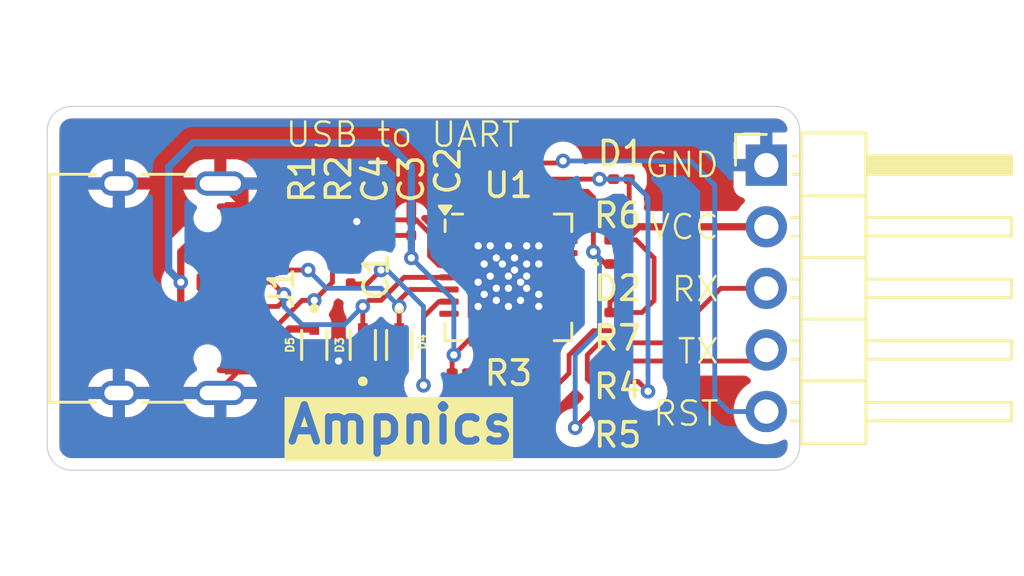
<source format=kicad_pcb>
(kicad_pcb (version 20240108) (generator "pcbnew") (generator_version "8.0")
  (layers (0 "F.Cu" signal) (31 "B.Cu" signal) (34 "B.Paste" user) (35 "F.Paste" user) (36 "B.SilkS" user "B.Silkscreen") (37 "F.SilkS" user "F.Silkscreen") (38 "B.Mask" user) (39 "F.Mask" user) (44 "Edge.Cuts" user))
  (net 0 "")
  (net 1 "GND")
  (net 2 "Net-(U1-VDD)")
  (net 3 "/RST")
  (net 4 "Net-(U1-~{DTR})")
  (net 5 "/VBUS")
  (net 6 "Net-(D1-K)")
  (net 7 "Net-(D1-A)")
  (net 8 "Net-(D2-A)")
  (net 9 "Net-(D2-K)")
  (net 10 "/D+")
  (net 11 "/D-")
  (net 12 "Net-(J1-CC2)")
  (net 15 "Net-(J1-CC1)")
  (net 16 "/TX")
  (net 17 "/RX")
  (net 18 "Net-(U1-~{RST})")
  (footprint "Connector_PinHeader_2.54mm:PinHeader_1x05_P2.54mm_Horizontal" (layer "F.Cu") (at 163.625 131.925)
    (property "Reference" "J2" (hide yes))
    (property "Value" "Conn_01x05_Pin")
    (fp_line (start -1.27 -1.27) (end 0 -1.27) (stroke (width 0.12)) (layer "F.SilkS"))
    (fp_line (start -1.27 0) (end -1.27 -1.27) (stroke (width 0.12)) (layer "F.SilkS"))
    (fp_line (start 1.042929 2.16) (end 1.44 2.16) (stroke (width 0.12)) (layer "F.SilkS"))
    (fp_line (start 1.042929 2.92) (end 1.44 2.92) (stroke (width 0.12)) (layer "F.SilkS"))
    (fp_line (start 1.042929 4.7) (end 1.44 4.7) (stroke (width 0.12)) (layer "F.SilkS"))
    (fp_line (start 1.042929 5.46) (end 1.44 5.46) (stroke (width 0.12)) (layer "F.SilkS"))
    (fp_line (start 1.042929 7.24) (end 1.44 7.24) (stroke (width 0.12)) (layer "F.SilkS"))
    (fp_line (start 1.042929 8) (end 1.44 8) (stroke (width 0.12)) (layer "F.SilkS"))
    (fp_line (start 1.042929 9.78) (end 1.44 9.78) (stroke (width 0.12)) (layer "F.SilkS"))
    (fp_line (start 1.042929 10.54) (end 1.44 10.54) (stroke (width 0.12)) (layer "F.SilkS"))
    (fp_line (start 1.11 -0.38) (end 1.44 -0.38) (stroke (width 0.12)) (layer "F.SilkS"))
    (fp_line (start 1.11 0.38) (end 1.44 0.38) (stroke (width 0.12)) (layer "F.SilkS"))
    (fp_line (start 1.44 -1.33) (end 1.44 11.49) (stroke (width 0.12)) (layer "F.SilkS"))
    (fp_line (start 1.44 1.27) (end 4.1 1.27) (stroke (width 0.12)) (layer "F.SilkS"))
    (fp_line (start 1.44 3.81) (end 4.1 3.81) (stroke (width 0.12)) (layer "F.SilkS"))
    (fp_line (start 1.44 6.35) (end 4.1 6.35) (stroke (width 0.12)) (layer "F.SilkS"))
    (fp_line (start 1.44 8.89) (end 4.1 8.89) (stroke (width 0.12)) (layer "F.SilkS"))
    (fp_line (start 1.44 11.49) (end 4.1 11.49) (stroke (width 0.12)) (layer "F.SilkS"))
    (fp_line (start 4.1 -1.33) (end 1.44 -1.33) (stroke (width 0.12)) (layer "F.SilkS"))
    (fp_line (start 4.1 -0.38) (end 10.1 -0.38) (stroke (width 0.12)) (layer "F.SilkS"))
    (fp_line (start 4.1 -0.32) (end 10.1 -0.32) (stroke (width 0.12)) (layer "F.SilkS"))
    (fp_line (start 4.1 -0.2) (end 10.1 -0.2) (stroke (width 0.12)) (layer "F.SilkS"))
    (fp_line (start 4.1 -0.08) (end 10.1 -0.08) (stroke (width 0.12)) (layer "F.SilkS"))
    (fp_line (start 4.1 0.04) (end 10.1 0.04) (stroke (width 0.12)) (layer "F.SilkS"))
    (fp_line (start 4.1 0.16) (end 10.1 0.16) (stroke (width 0.12)) (layer "F.SilkS"))
    (fp_line (start 4.1 0.28) (end 10.1 0.28) (stroke (width 0.12)) (layer "F.SilkS"))
    (fp_line (start 4.1 2.16) (end 10.1 2.16) (stroke (width 0.12)) (layer "F.SilkS"))
    (fp_line (start 4.1 4.7) (end 10.1 4.7) (stroke (width 0.12)) (layer "F.SilkS"))
    (fp_line (start 4.1 7.24) (end 10.1 7.24) (stroke (width 0.12)) (layer "F.SilkS"))
    (fp_line (start 4.1 9.78) (end 10.1 9.78) (stroke (width 0.12)) (layer "F.SilkS"))
    (fp_line (start 4.1 11.49) (end 4.1 -1.33) (stroke (width 0.12)) (layer "F.SilkS"))
    (fp_line (start 10.1 -0.38) (end 10.1 0.38) (stroke (width 0.12)) (layer "F.SilkS"))
    (fp_line (start 10.1 0.38) (end 4.1 0.38) (stroke (width 0.12)) (layer "F.SilkS"))
    (fp_line (start 10.1 2.16) (end 10.1 2.92) (stroke (width 0.12)) (layer "F.SilkS"))
    (fp_line (start 10.1 2.92) (end 4.1 2.92) (stroke (width 0.12)) (layer "F.SilkS"))
    (fp_line (start 10.1 4.7) (end 10.1 5.46) (stroke (width 0.12)) (layer "F.SilkS"))
    (fp_line (start 10.1 5.46) (end 4.1 5.46) (stroke (width 0.12)) (layer "F.SilkS"))
    (fp_line (start 10.1 7.24) (end 10.1 8) (stroke (width 0.12)) (layer "F.SilkS"))
    (fp_line (start 10.1 8) (end 4.1 8) (stroke (width 0.12)) (layer "F.SilkS"))
    (fp_line (start 10.1 9.78) (end 10.1 10.54) (stroke (width 0.12)) (layer "F.SilkS"))
    (fp_line (start 10.1 10.54) (end 4.1 10.54) (stroke (width 0.12)) (layer "F.SilkS"))
    (pad "1" thru_hole rect (at 0 0) (size 1.7 1.7) (drill 1) (layers "*.Cu" "*.Mask") (net 1 "GND"))
    (pad "2" thru_hole oval (at 0 2.54) (size 1.7 1.7) (drill 1) (layers "*.Cu" "*.Mask") (net 5 "/VBUS"))
    (pad "3" thru_hole oval (at 0 5.08) (size 1.7 1.7) (drill 1) (layers "*.Cu" "*.Mask") (net 17 "/RX"))
    (pad "4" thru_hole oval (at 0 7.62) (size 1.7 1.7) (drill 1) (layers "*.Cu" "*.Mask") (net 16 "/TX"))
    (pad "5" thru_hole oval (at 0 10.16) (size 1.7 1.7) (drill 1) (layers "*.Cu" "*.Mask") (net 3 "/RST"))
  )
  (footprint "LESD5D5.0CT1G:TVS_LESD5D5.0CT1G" (layer "F.Cu") (at 145 139.34 -90)
    (property "Reference" "D5" (at 0 1 90) (layer "F.SilkS") (effects (font (size 0.32 0.32))))
    (property "Value" "LESD5D5.0CT1G")
    (fp_line (start 0.6 0.52) (end -0.6 0.52) (stroke (width 0.127)) (layer "F.SilkS"))
    (fp_line (start -0.6 -0.52) (end 0.6 -0.52) (stroke (width 0.127)) (layer "F.SilkS"))
    (fp_circle (center -1.5 0) (end -1.4 0) (stroke (width 0.2)) (fill none) (layer "F.SilkS"))
    (pad "1" smd rect (at -0.66 0 270) (size 0.48 0.4) (layers "F.Cu" "F.Paste" "F.Mask") (net 5 "/VBUS"))
    (pad "2" smd rect (at 0.66 0 270) (size 0.48 0.4) (layers "F.Cu" "F.Paste" "F.Mask") (net 1 "GND"))
  )
  (footprint "Resistor_SMD:R_0201_0603Metric" (layer "F.Cu") (at 157.5 135 180)
    (property "Reference" "R6" (at 0 1 0) (layer "F.SilkS"))
    (property "Value" "1K")
    (pad "1" smd roundrect (at -0.32 0 180) (size 0.46 0.4) (layers "F.Cu" "F.Mask") (net 5 "/VBUS"))
    (pad "2" smd roundrect (at 0.32 0 180) (size 0.46 0.4) (layers "F.Cu" "F.Mask") (net 7 "Net-(D1-A)"))
  )
  (footprint "LESD5D5.0CT1G:TVS_LESD5D5.0CT1G" (layer "F.Cu") (at 148.5 139.34 -90)
    (property "Reference" "D4" (at -0.134 -0.9532 90) (layer "F.SilkS") (effects (font (size 0.32 0.32))))
    (property "Value" "LESD5D5.0CT1G")
    (fp_line (start 0.6 0.52) (end -0.6 0.52) (stroke (width 0.127)) (layer "F.SilkS"))
    (fp_line (start -0.6 -0.52) (end 0.6 -0.52) (stroke (width 0.127)) (layer "F.SilkS"))
    (fp_circle (center -1.5 0) (end -1.4 0) (stroke (width 0.2)) (fill none) (layer "F.SilkS"))
    (pad "1" smd rect (at -0.66 0 270) (size 0.48 0.4) (layers "F.Cu" "F.Paste" "F.Mask") (net 11 "/D-"))
    (pad "2" smd rect (at 0.66 0 270) (size 0.48 0.4) (layers "F.Cu" "F.Paste" "F.Mask") (net 1 "GND"))
  )
  (footprint "Resistor_SMD:R_0201_0603Metric" (layer "F.Cu") (at 144.5 134.5 90)
    (property "Reference" "R1" (at 2 0 90) (layer "F.SilkS"))
    (property "Value" "5.1K")
    (pad "1" smd roundrect (at -0.32 0 90) (size 0.46 0.4) (layers "F.Cu" "F.Mask") (net 15 "Net-(J1-CC1)"))
    (pad "2" smd roundrect (at 0.32 0 90) (size 0.46 0.4) (layers "F.Cu" "F.Mask") (net 1 "GND"))
  )
  (footprint "Package_DFN_QFN:QFN-28-1EP_5x5mm_P0.5mm_EP3.35x3.35mm" (layer "F.Cu") (at 153 136.55)
    (property "Reference" "U1" (at 0 -3.8 0) (layer "F.SilkS"))
    (property "Value" "CP2102N-Axx-xQFN28")
    (fp_line (start -2.61 -1.885) (end -2.61 -2.37) (stroke (width 0.12)) (layer "F.SilkS"))
    (fp_line (start -2.61 2.61) (end -2.61 1.885) (stroke (width 0.12)) (layer "F.SilkS"))
    (fp_line (start -1.885 -2.61) (end -2.31 -2.61) (stroke (width 0.12)) (layer "F.SilkS"))
    (fp_line (start -1.885 2.61) (end -2.61 2.61) (stroke (width 0.12)) (layer "F.SilkS"))
    (fp_line (start 1.885 -2.61) (end 2.61 -2.61) (stroke (width 0.12)) (layer "F.SilkS"))
    (fp_line (start 1.885 2.61) (end 2.61 2.61) (stroke (width 0.12)) (layer "F.SilkS"))
    (fp_line (start 2.61 -2.61) (end 2.61 -1.885) (stroke (width 0.12)) (layer "F.SilkS"))
    (fp_line (start 2.61 2.61) (end 2.61 1.885) (stroke (width 0.12)) (layer "F.SilkS"))
    (fp_poly (pts (xy -2.61 -2.61) (xy -2.85 -2.94) (xy -2.37 -2.94) (xy -2.61 -2.61)) (stroke (width 0.12)) (fill solid) (layer "F.SilkS"))
    (pad "1" smd roundrect (at -2.45 -1.5) (size 0.8 0.25) (layers "F.Cu" "F.Paste" "F.Mask"))
    (pad "2" smd roundrect (at -2.45 -1) (size 0.8 0.25) (layers "F.Cu" "F.Paste" "F.Mask"))
    (pad "3" smd roundrect (at -2.45 -0.5) (size 0.8 0.25) (layers "F.Cu" "F.Paste" "F.Mask") (net 1 "GND"))
    (pad "4" smd roundrect (at -2.45 0) (size 0.8 0.25) (layers "F.Cu" "F.Paste" "F.Mask") (net 10 "/D+"))
    (pad "5" smd roundrect (at -2.45 0.5) (size 0.8 0.25) (layers "F.Cu" "F.Paste" "F.Mask") (net 11 "/D-"))
    (pad "6" smd roundrect (at -2.45 1) (size 0.8 0.25) (layers "F.Cu" "F.Paste" "F.Mask") (net 2 "Net-(U1-VDD)"))
    (pad "7" smd roundrect (at -2.45 1.5) (size 0.8 0.25) (layers "F.Cu" "F.Paste" "F.Mask") (net 5 "/VBUS"))
    (pad "8" smd roundrect (at -1.5 2.45) (size 0.25 0.8) (layers "F.Cu" "F.Paste" "F.Mask") (net 5 "/VBUS"))
    (pad "9" smd roundrect (at -1 2.45) (size 0.25 0.8) (layers "F.Cu" "F.Paste" "F.Mask") (net 18 "Net-(U1-~{RST})"))
    (pad "10" smd roundrect (at -0.5 2.45) (size 0.25 0.8) (layers "F.Cu" "F.Paste" "F.Mask"))
    (pad "11" smd roundrect (at 0 2.45) (size 0.25 0.8) (layers "F.Cu" "F.Paste" "F.Mask"))
    (pad "12" smd roundrect (at 0.5 2.45) (size 0.25 0.8) (layers "F.Cu" "F.Paste" "F.Mask"))
    (pad "13" smd roundrect (at 1 2.45) (size 0.25 0.8) (layers "F.Cu" "F.Paste" "F.Mask"))
    (pad "14" smd roundrect (at 1.5 2.45) (size 0.25 0.8) (layers "F.Cu" "F.Paste" "F.Mask"))
    (pad "15" smd roundrect (at 2.45 1.5) (size 0.8 0.25) (layers "F.Cu" "F.Paste" "F.Mask"))
    (pad "16" smd roundrect (at 2.45 1) (size 0.8 0.25) (layers "F.Cu" "F.Paste" "F.Mask"))
    (pad "17" smd roundrect (at 2.45 0.5) (size 0.8 0.25) (layers "F.Cu" "F.Paste" "F.Mask"))
    (pad "18" smd roundrect (at 2.45 0) (size 0.8 0.25) (layers "F.Cu" "F.Paste" "F.Mask"))
    (pad "19" smd roundrect (at 2.45 -0.5) (size 0.8 0.25) (layers "F.Cu" "F.Paste" "F.Mask"))
    (pad "20" smd roundrect (at 2.45 -1) (size 0.8 0.25) (layers "F.Cu" "F.Paste" "F.Mask"))
    (pad "21" smd roundrect (at 2.45 -1.5) (size 0.8 0.25) (layers "F.Cu" "F.Paste" "F.Mask"))
    (pad "22" smd roundrect (at 1.5 -2.45) (size 0.25 0.8) (layers "F.Cu" "F.Paste" "F.Mask"))
    (pad "23" smd roundrect (at 1 -2.45) (size 0.25 0.8) (layers "F.Cu" "F.Paste" "F.Mask"))
    (pad "24" smd roundrect (at 0.5 -2.45) (size 0.25 0.8) (layers "F.Cu" "F.Paste" "F.Mask"))
    (pad "25" smd roundrect (at 0 -2.45) (size 0.25 0.8) (layers "F.Cu" "F.Paste" "F.Mask") (net 9 "Net-(D2-K)"))
    (pad "26" smd roundrect (at -0.5 -2.45) (size 0.25 0.8) (layers "F.Cu" "F.Paste" "F.Mask") (net 6 "Net-(D1-K)"))
    (pad "27" smd roundrect (at -1 -2.45) (size 0.25 0.8) (layers "F.Cu" "F.Paste" "F.Mask"))
    (pad "28" smd roundrect (at -1.5 -2.45) (size 0.25 0.8) (layers "F.Cu" "F.Paste" "F.Mask") (net 4 "Net-(U1-~{DTR})"))
    (pad "29" smd rect (at 0 0) (size 3.35 3.35) (property pad_prop_heatsink) (layers "F.Cu" "F.Mask") (net 1 "GND"))
  )
  (footprint "LED_SMD:LED_0201_0603Metric" (layer "F.Cu") (at 157.655 132.5)
    (property "Reference" "D1" (at 0 -1.05 0) (layer "F.SilkS"))
    (property "Value" "LED")
    (fp_circle (center -0.86 0) (end -0.81 0) (stroke (width 0.1)) (fill none) (layer "F.SilkS"))
    (pad "1" smd roundrect (at -0.32 0) (size 0.46 0.4) (layers "F.Cu" "F.Mask") (net 6 "Net-(D1-K)"))
    (pad "2" smd roundrect (at 0.32 0) (size 0.46 0.4) (layers "F.Cu" "F.Mask") (net 7 "Net-(D1-A)"))
  )
  (footprint "Resistor_SMD:R_0201_0603Metric" (layer "F.Cu") (at 151 140.5)
    (property "Reference" "R3" (at 2 0 0) (layer "F.SilkS"))
    (property "Value" "10K")
    (pad "1" smd roundrect (at -0.32 0) (size 0.46 0.4) (layers "F.Cu" "F.Mask") (net 5 "/VBUS"))
    (pad "2" smd roundrect (at 0.32 0) (size 0.46 0.4) (layers "F.Cu" "F.Mask") (net 18 "Net-(U1-~{RST})"))
  )
  (footprint "Connector_USB:USB_C_Receptacle_HRO_TYPE-C-31-M-12" (layer "F.Cu") (at 138 137 -90)
    (property "Reference" "J1" (at 0 -5.645 90) (layer "F.SilkS"))
    (property "Value" "USB_C_Receptacle_USB2.0_16P")
    (fp_line (start -4.7 3.9) (end 4.7 3.9) (stroke (width 0.12)) (layer "F.SilkS"))
    (fp_line (start -4.7 2) (end -4.7 3.9) (stroke (width 0.12)) (layer "F.SilkS"))
    (fp_line (start 4.7 2) (end 4.7 3.9) (stroke (width 0.12)) (layer "F.SilkS"))
    (fp_line (start -4.7 -1.9) (end -4.7 0.1) (stroke (width 0.12)) (layer "F.SilkS"))
    (fp_line (start 4.7 -1.9) (end 4.7 0.1) (stroke (width 0.12)) (layer "F.SilkS"))
    (pad "" np_thru_hole circle (at -2.89 -2.6 270) (size 0.65 0.65) (drill 0.65) (layers "*.Cu" "*.Mask"))
    (pad "" np_thru_hole circle (at 2.89 -2.6 270) (size 0.65 0.65) (drill 0.65) (layers "*.Cu" "*.Mask"))
    (pad "A1" smd rect (at -3.25 -4.045 270) (size 0.6 1.45) (layers "F.Cu" "F.Paste" "F.Mask") (net 1 "GND"))
    (pad "A4" smd rect (at -2.45 -4.045 270) (size 0.6 1.45) (layers "F.Cu" "F.Paste" "F.Mask") (net 5 "/VBUS"))
    (pad "A5" smd rect (at -1.25 -4.045 270) (size 0.3 1.45) (layers "F.Cu" "F.Paste" "F.Mask") (net 15 "Net-(J1-CC1)"))
    (pad "A6" smd rect (at -0.25 -4.045 270) (size 0.3 1.45) (layers "F.Cu" "F.Paste" "F.Mask") (net 10 "/D+"))
    (pad "A7" smd rect (at 0.25 -4.045 270) (size 0.3 1.45) (layers "F.Cu" "F.Paste" "F.Mask") (net 11 "/D-"))
    (pad "A8" smd rect (at 1.25 -4.045 270) (size 0.3 1.45) (layers "F.Cu" "F.Paste" "F.Mask"))
    (pad "A9" smd rect (at 2.45 -4.045 270) (size 0.6 1.45) (layers "F.Cu" "F.Paste" "F.Mask") (net 5 "/VBUS"))
    (pad "A12" smd rect (at 3.25 -4.045 270) (size 0.6 1.45) (layers "F.Cu" "F.Paste" "F.Mask") (net 1 "GND"))
    (pad "B1" smd rect (at 3.25 -4.045 270) (size 0.6 1.45) (layers "F.Cu" "F.Paste" "F.Mask") (net 1 "GND"))
    (pad "B4" smd rect (at 2.45 -4.045 270) (size 0.6 1.45) (layers "F.Cu" "F.Paste" "F.Mask") (net 5 "/VBUS"))
    (pad "B5" smd rect (at 1.75 -4.045 270) (size 0.3 1.45) (layers "F.Cu" "F.Paste" "F.Mask") (net 12 "Net-(J1-CC2)"))
    (pad "B6" smd rect (at 0.75 -4.045 270) (size 0.3 1.45) (layers "F.Cu" "F.Paste" "F.Mask") (net 10 "/D+"))
    (pad "B7" smd rect (at -0.75 -4.045 270) (size 0.3 1.45) (layers "F.Cu" "F.Paste" "F.Mask") (net 11 "/D-"))
    (pad "B8" smd rect (at -1.75 -4.045 270) (size 0.3 1.45) (layers "F.Cu" "F.Paste" "F.Mask"))
    (pad "B9" smd rect (at -2.45 -4.045 270) (size 0.6 1.45) (layers "F.Cu" "F.Paste" "F.Mask") (net 5 "/VBUS"))
    (pad "B12" smd rect (at -3.25 -4.045 270) (size 0.6 1.45) (layers "F.Cu" "F.Paste" "F.Mask") (net 1 "GND"))
    (pad "S1" thru_hole oval (at -4.32 -3.13 270) (size 1 2.1) (drill oval 0.6 1.7) (layers "*.Cu" "*.Mask") (net 1 "GND"))
    (pad "S1" thru_hole oval (at -4.32 1.05 270) (size 1 1.6) (drill oval 0.6 1.2) (layers "*.Cu" "*.Mask") (net 1 "GND"))
    (pad "S1" thru_hole oval (at 4.32 -3.13 270) (size 1 2.1) (drill oval 0.6 1.7) (layers "*.Cu" "*.Mask") (net 1 "GND"))
    (pad "S1" thru_hole oval (at 4.32 1.05 270) (size 1 1.6) (drill oval 0.6 1.2) (layers "*.Cu" "*.Mask") (net 1 "GND"))
  )
  (footprint "Capacitor_SMD:C_0201_0603Metric" (layer "F.Cu") (at 146.5 136.5 -90)
    (property "Reference" "C1" (at 0 -1.05 90) (layer "F.SilkS"))
    (property "Value" "100nF")
    (pad "1" smd roundrect (at -0.32 0 270) (size 0.46 0.4) (layers "F.Cu" "F.Mask") (net 1 "GND"))
    (pad "2" smd roundrect (at 0.32 0 270) (size 0.46 0.4) (layers "F.Cu" "F.Mask") (net 2 "Net-(U1-VDD)"))
  )
  (footprint "Resistor_SMD:R_0201_0603Metric" (layer "F.Cu") (at 157.5 138 180)
    (property "Reference" "R7" (at 0 -1.05 0) (layer "F.SilkS"))
    (property "Value" "1K")
    (pad "1" smd roundrect (at -0.32 0 180) (size 0.46 0.4) (layers "F.Cu" "F.Mask") (net 5 "/VBUS"))
    (pad "2" smd roundrect (at 0.32 0 180) (size 0.46 0.4) (layers "F.Cu" "F.Mask") (net 8 "Net-(D2-A)"))
  )
  (footprint "LED_SMD:LED_0201_0603Metric" (layer "F.Cu") (at 157.5 136)
    (property "Reference" "D2" (at 0 1 0) (layer "F.SilkS"))
    (property "Value" "LED")
    (fp_circle (center -0.86 0) (end -0.81 0) (stroke (width 0.1)) (fill none) (layer "F.SilkS"))
    (pad "1" smd roundrect (at -0.32 0) (size 0.46 0.4) (layers "F.Cu" "F.Mask") (net 9 "Net-(D2-K)"))
    (pad "2" smd roundrect (at 0.32 0) (size 0.46 0.4) (layers "F.Cu" "F.Mask") (net 8 "Net-(D2-A)"))
  )
  (footprint "Capacitor_SMD:C_0201_0603Metric" (layer "F.Cu") (at 147.5 134.5 90)
    (property "Reference" "C4" (at 2 0 90) (layer "F.SilkS"))
    (property "Value" "100nF")
    (pad "1" smd roundrect (at -0.32 0 90) (size 0.46 0.4) (layers "F.Cu" "F.Mask") (net 5 "/VBUS"))
    (pad "2" smd roundrect (at 0.32 0 90) (size 0.46 0.4) (layers "F.Cu" "F.Mask") (net 1 "GND"))
  )
  (footprint "Resistor_SMD:R_0201_0603Metric" (layer "F.Cu") (at 157.5 140 180)
    (property "Reference" "R4" (at 0 -1.05 0) (layer "F.SilkS"))
    (property "Value" "1K")
    (pad "1" smd roundrect (at -0.32 0 180) (size 0.46 0.4) (layers "F.Cu" "F.Mask") (net 16 "/TX"))
    (pad "2" smd roundrect (at 0.32 0 180) (size 0.46 0.4) (layers "F.Cu" "F.Mask") (net 6 "Net-(D1-K)"))
  )
  (footprint "Resistor_SMD:R_0201_0603Metric" (layer "F.Cu") (at 146 134.5 90)
    (property "Reference" "R2" (at 2 0 90) (layer "F.SilkS"))
    (property "Value" "5.1K")
    (pad "1" smd roundrect (at -0.32 0 90) (size 0.46 0.4) (layers "F.Cu" "F.Mask") (net 12 "Net-(J1-CC2)"))
    (pad "2" smd roundrect (at 0.32 0 90) (size 0.46 0.4) (layers "F.Cu" "F.Mask") (net 1 "GND"))
  )
  (footprint "Capacitor_SMD:C_0201_0603Metric" (layer "F.Cu") (at 149 134.5 90)
    (property "Reference" "C3" (at 2 0 90) (layer "F.SilkS"))
    (property "Value" "100nF")
    (pad "1" smd roundrect (at -0.32 0 90) (size 0.46 0.4) (layers "F.Cu" "F.Mask") (net 5 "/VBUS"))
    (pad "2" smd roundrect (at 0.32 0 90) (size 0.46 0.4) (layers "F.Cu" "F.Mask") (net 1 "GND"))
  )
  (footprint "LESD5D5.0CT1G:TVS_LESD5D5.0CT1G" (layer "F.Cu") (at 147 139.34 90)
    (property "Reference" "D3" (at 0 -0.9532 90) (layer "F.SilkS") (effects (font (size 0.32 0.32))))
    (property "Value" "LESD5D5.0CT1G")
    (fp_line (start -0.6 -0.52) (end 0.6 -0.52) (stroke (width 0.127)) (layer "F.SilkS"))
    (fp_line (start 0.6 0.52) (end -0.6 0.52) (stroke (width 0.127)) (layer "F.SilkS"))
    (fp_circle (center -1.5 0) (end -1.4 0) (stroke (width 0.2)) (fill none) (layer "F.SilkS"))
    (pad "1" smd rect (at -0.66 0 90) (size 0.48 0.4) (layers "F.Cu" "F.Paste" "F.Mask") (net 1 "GND"))
    (pad "2" smd rect (at 0.66 0 90) (size 0.48 0.4) (layers "F.Cu" "F.Paste" "F.Mask") (net 10 "/D+"))
  )
  (footprint "Capacitor_SMD:C_0201_0603Metric" (layer "F.Cu") (at 151.5 132.155 -90)
    (property "Reference" "C2" (at 0 1 90) (layer "F.SilkS"))
    (property "Value" "100nF")
    (pad "1" smd roundrect (at -0.32 0 270) (size 0.46 0.4) (layers "F.Cu" "F.Mask") (net 3 "/RST"))
    (pad "2" smd roundrect (at 0.32 0 270) (size 0.46 0.4) (layers "F.Cu" "F.Mask") (net 4 "Net-(U1-~{DTR})"))
  )
  (footprint "Resistor_SMD:R_0201_0603Metric" (layer "F.Cu") (at 157.5 142 180)
    (property "Reference" "R5" (at 0 -1.05 0) (layer "F.SilkS"))
    (property "Value" "1K")
    (pad "1" smd roundrect (at -0.32 0 180) (size 0.46 0.4) (layers "F.Cu" "F.Mask") (net 17 "/RX"))
    (pad "2" smd roundrect (at 0.32 0 180) (size 0.46 0.4) (layers "F.Cu" "F.Mask") (net 9 "Net-(D2-K)"))
  )
  (gr_line (start 165 130.5) (end 165 143.5) (stroke (width 0.05)) (layer "Edge.Cuts"))
  (gr_line (start 134 130.5) (end 134 143.5) (stroke (width 0.05)) (layer "Edge.Cuts"))
  (gr_line (start 135 129.5) (end 164 129.5) (stroke (width 0.05)) (layer "Edge.Cuts"))
  (gr_line (start 135 144.5) (end 164 144.5) (stroke (width 0.05)) (layer "Edge.Cuts"))
  (gr_arc (start 135 144.5) (mid 134.292893 144.207107) (end 134 143.5) (stroke (width 0.05)) (layer "Edge.Cuts"))
  (gr_arc (start 165 143.5) (mid 164.707107 144.207107) (end 164 144.5) (stroke (width 0.05)) (layer "Edge.Cuts"))
  (gr_arc (start 164 129.5) (mid 164.707107 129.792893) (end 165 130.5) (stroke (width 0.05)) (layer "Edge.Cuts"))
  (gr_arc (start 134 130.5) (mid 134.292893 129.792893) (end 135 129.5) (stroke (width 0.05)) (layer "Edge.Cuts"))
  (gr_text "Ampnics" (at 143.75 143.5 0) (layer "F.SilkS" knockout) (effects (font (size 1.5 1.5) (thickness 0.3) (bold yes)) (justify left bottom)))
  (gr_text "USB to UART" (at 143.75 131.25 0) (layer "F.SilkS") (effects (font (size 1 1) (thickness 0.1)) (justify left bottom)))
  (gr_text "RX" (at 159.654762 137.625 0) (layer "F.SilkS") (effects (font (size 1 1) (thickness 0.1)) (justify left bottom)))
  (gr_text "GND" (at 158.559524 132.5 0) (layer "F.SilkS") (effects (font (size 1 1) (thickness 0.1)) (justify left bottom)))
  (gr_text "TX" (at 159.892857 140.1875 0) (layer "F.SilkS") (effects (font (size 1 1) (thickness 0.1)) (justify left bottom)))
  (gr_text "RST" (at 158.892857 142.75 0) (layer "F.SilkS") (effects (font (size 1 1) (thickness 0.1)) (justify left bottom)))
  (gr_text "VCC" (at 158.75 135.0625 0) (layer "F.SilkS") (effects (font (size 1 1) (thickness 0.1)) (justify left bottom)))
  (segment (start 136.95 132.68) (end 141.13 132.68) (width 0.2) (layer "F.Cu") (net 1))
  (segment (start 150.55 136.05) (end 150.135614 136.05) (width 0.2) (layer "F.Cu") (net 1))
  (segment (start 157 130.5) (end 149.75 130.5) (width 0.3) (layer "F.Cu") (net 1))
  (segment (start 144.75 140.25) (end 145 140) (width 0.2) (layer "F.Cu") (net 1))
  (segment (start 149.199999 134.18) (end 149 134.18) (width 0.2) (layer "F.Cu") (net 1))
  (segment (start 146 134.18) (end 144.5 134.18) (width 0.2) (layer "F.Cu") (net 1))
  (segment (start 136.95 141.32) (end 141.13 141.32) (width 0.2) (layer "F.Cu") (net 1))
  (segment (start 142.045 133.75) (end 142.045 133.595) (width 0.2) (layer "F.Cu") (net 1))
  (segment (start 149 131.25) (end 149 134.18) (width 0.3) (layer "F.Cu") (net 1))
  (segment (start 142.045 133.595) (end 141.13 132.68) (width 0.2) (layer "F.Cu") (net 1))
  (segment (start 145 140) (end 146 140) (width 0.2) (layer "F.Cu") (net 1))
  (segment (start 149.75 130.5) (end 149 131.25) (width 0.3) (layer "F.Cu") (net 1))
  (segment (start 142.045 133.75) (end 144.07 133.75) (width 0.2) (layer "F.Cu") (net 1))
  (segment (start 147.5 134.18) (end 146.82 134.18) (width 0.2) (layer "F.Cu") (net 1))
  (segment (start 146.82 134.18) (end 146.75 134.25) (width 0.2) (layer "F.Cu") (net 1))
  (segment (start 149 134.18) (end 147.5 134.18) (width 0.2) (layer "F.Cu") (net 1))
  (segment (start 146.5 135.75) (end 146.75 135.5) (width 0.2) (layer "F.Cu") (net 1))
  (segment (start 146.75 135.5) (end 146.75 134.25) (width 0.2) (layer "F.Cu") (net 1))
  (segment (start 141.13 141.165) (end 142.045 140.25) (width 0.2) (layer "F.Cu") (net 1))
  (segment (start 141.13 141.32) (end 141.13 141.165) (width 0.2) (layer "F.Cu") (net 1))
  (segment (start 142.045 140.25) (end 144.75 140.25) (width 0.2) (layer "F.Cu") (net 1))
  (segment (start 158.25 130.75) (end 157.25 130.75) (width 0.3) (layer "F.Cu") (net 1))
  (segment (start 149.75 134.730001) (end 149.199999 134.18) (width 0.2) (layer "F.Cu") (net 1))
  (segment (start 149.75 135.664386) (end 149.75 134.730001) (width 0.2) (layer "F.Cu") (net 1))
  (segment (start 148.5 140) (end 147 140) (width 0.2) (layer "F.Cu") (net 1))
  (segment (start 144.07 133.75) (end 144.5 134.18) (width 0.2) (layer "F.Cu") (net 1))
  (segment (start 150.135614 136.05) (end 149.75 135.664386) (width 0.2) (layer "F.Cu") (net 1))
  (segment (start 146.5 136.18) (end 146.5 135.75) (width 0.2) (layer "F.Cu") (net 1))
  (segment (start 150.55 136.05) (end 151.05 136.05) (width 0.2) (layer "F.Cu") (net 1))
  (segment (start 146 140) (end 147 140) (width 0.2) (layer "F.Cu") (net 1))
  (segment (start 151.05 136.05) (end 151.75 136.75) (width 0.2) (layer "F.Cu") (net 1))
  (segment (start 146.75 134.25) (end 146.68 134.18) (width 0.2) (layer "F.Cu") (net 1))
  (segment (start 157.25 130.75) (end 157 130.5) (width 0.3) (layer "F.Cu") (net 1))
  (segment (start 159.425 131.925) (end 158.25 130.75) (width 0.3) (layer "F.Cu") (net 1))
  (segment (start 163.625 131.925) (end 159.425 131.925) (width 0.3) (layer "F.Cu") (net 1))
  (segment (start 146.68 134.18) (end 146 134.18) (width 0.2) (layer "F.Cu") (net 1))
  (via (at 151.75 137.75) (size 0.6) (drill 0.3) (layers "F.Cu" "B.Cu") (net 1))
  (via (at 153 135.25) (size 0.6) (drill 0.3) (layers "F.Cu" "B.Cu") (net 1))
  (via (at 153 137) (size 0.6) (drill 0.3) (layers "F.Cu" "B.Cu") (net 1))
  (via (at 152.25 136.5) (size 0.6) (drill 0.3) (layers "F.Cu" "B.Cu") (net 1))
  (via (at 153.5 136.75) (size 0.6) (drill 0.3) (layers "F.Cu" "B.Cu") (net 1))
  (via (at 152.5 135.75) (size 0.6) (drill 0.3) (layers "F.Cu" "B.Cu") (net 1))
  (via (at 152.25 135.25) (size 0.6) (drill 0.3) (layers "F.Cu" "B.Cu") (net 1))
  (via (at 154.25 137.25) (size 0.6) (drill 0.3) (layers "F.Cu" "B.Cu") (net 1))
  (via (at 146.75 134.25) (size 0.6) (drill 0.3) (layers "F.Cu" "B.Cu") (net 1))
  (via (at 152.75 136) (size 0.6) (drill 0.3) (layers "F.Cu" "B.Cu") (net 1))
  (via (at 153.25 136.25) (size 0.6) (drill 0.3) (layers "F.Cu" "B.Cu") (net 1))
  (via (at 152.5 137) (size 0.6) (drill 0.3) (layers "F.Cu" "B.Cu") (net 1))
  (via (at 154.25 136) (size 0.6) (drill 0.3) (layers "F.Cu" "B.Cu") (net 1))
  (via (at 154.25 135.25) (size 0.6) (drill 0.3) (layers "F.Cu" "B.Cu") (net 1))
  (via (at 153.75 136) (size 0.6) (drill 0.3) (layers "F.Cu" "B.Cu") (net 1))
  (via (at 153.25 135.75) (size 0.6) (drill 0.3) (layers "F.Cu" "B.Cu") (net 1))
  (via (at 153 136.5) (size 0.6) (drill 0.3) (layers "F.Cu" "B.Cu") (net 1))
  (via (at 152.5 137.5) (size 0.6) (drill 0.3) (layers "F.Cu" "B.Cu") (net 1))
  (via (at 152 137.25) (size 0.6) (drill 0.3) (layers "F.Cu" "B.Cu") (net 1))
  (via (at 153 137.75) (size 0.6) (drill 0.3) (layers "F.Cu" "B.Cu") (net 1))
  (via (at 153.5 137.5) (size 0.6) (drill 0.3) (layers "F.Cu" "B.Cu") (net 1))
  (via (at 151.75 135.25) (size 0.6) (drill 0.3) (layers "F.Cu" "B.Cu") (net 1))
  (via (at 146 140) (size 0.6) (drill 0.3) (layers "F.Cu" "B.Cu") (net 1))
  (via (at 154.25 137.75) (size 0.6) (drill 0.3) (layers "F.Cu" "B.Cu") (net 1))
  (via (at 153.75 137) (size 0.6) (drill 0.3) (layers "F.Cu" "B.Cu") (net 1))
  (via (at 151.75 136.75) (size 0.6) (drill 0.3) (layers "F.Cu" "B.Cu") (net 1))
  (via (at 153.75 136.5) (size 0.6) (drill 0.3) (layers "F.Cu" "B.Cu") (net 1))
  (via (at 153.75 135.25) (size 0.6) (drill 0.3) (layers "F.Cu" "B.Cu") (net 1))
  (via (at 152 136) (size 0.6) (drill 0.3) (layers "F.Cu" "B.Cu") (net 1))
  (segment (start 143.25 134.25) (end 146.75 134.25) (width 0.2) (layer "B.Cu") (net 1))
  (segment (start 142.75 138.75) (end 142.75 134.75) (width 0.2) (layer "B.Cu") (net 1))
  (segment (start 144 140) (end 142.75 138.75) (width 0.2) (layer "B.Cu") (net 1))
  (segment (start 146 140) (end 144 140) (width 0.2) (layer "B.Cu") (net 1))
  (segment (start 142.75 134.75) (end 143.25 134.25) (width 0.2) (layer "B.Cu") (net 1))
  (segment (start 150.55 137.55) (end 150.135614 137.55) (width 0.2) (layer "F.Cu") (net 2))
  (segment (start 149.5 138.185614) (end 149.5 141) (width 0.2) (layer "F.Cu") (net 2))
  (segment (start 147.18 136.82) (end 147.75 136.25) (width 0.2) (layer "F.Cu") (net 2))
  (segment (start 146.5 136.82) (end 147.18 136.82) (width 0.2) (layer "F.Cu") (net 2))
  (segment (start 150.135614 137.55) (end 149.5 138.185614) (width 0.2) (layer "F.Cu") (net 2))
  (via (at 149.5 141) (size 0.6) (drill 0.3) (layers "F.Cu" "B.Cu") (net 2))
  (via (at 147.75 136.25) (size 0.6) (drill 0.3) (layers "F.Cu" "B.Cu") (net 2))
  (segment (start 149.5 137.75) (end 148 136.25) (width 0.2) (layer "B.Cu") (net 2))
  (segment (start 148 136.25) (end 147.75 136.25) (width 0.2) (layer "B.Cu") (net 2))
  (segment (start 149.5 141) (end 149.5 137.75) (width 0.2) (layer "B.Cu") (net 2))
  (segment (start 155.165 131.835) (end 155.25 131.75) (width 0.2) (layer "F.Cu") (net 3))
  (segment (start 151.5 131.835) (end 155.165 131.835) (width 0.2) (layer "F.Cu") (net 3))
  (via (at 155.25 131.75) (size 0.6) (drill 0.3) (layers "F.Cu" "B.Cu") (net 3))
  (segment (start 162.085 142.085) (end 161.5 141.5) (width 0.2) (layer "B.Cu") (net 3))
  (segment (start 160.5 131.75) (end 155.25 131.75) (width 0.2) (layer "B.Cu") (net 3))
  (segment (start 163.625 142.085) (end 162.085 142.085) (width 0.2) (layer "B.Cu") (net 3))
  (segment (start 161.5 132.75) (end 160.5 131.75) (width 0.2) (layer "B.Cu") (net 3))
  (segment (start 161.5 141.5) (end 161.5 132.75) (width 0.2) (layer "B.Cu") (net 3))
  (segment (start 151.5 134.1) (end 151.5 132.475) (width 0.2) (layer "F.Cu") (net 4))
  (segment (start 139.5 136.75) (end 139.5 138.25) (width 0.3) (layer "F.Cu") (net 5))
  (segment (start 151.5 139) (end 150.75 139.75) (width 0.2) (layer "F.Cu") (net 5))
  (segment (start 150.75 139.75) (end 150.68 139.82) (width 0.2) (layer "F.Cu") (net 5))
  (segment (start 141.185305 134.55) (end 140.735305 135) (width 0.3) (layer "F.Cu") (net 5))
  (segment (start 163.625 134.465) (end 158.355 134.465) (width 0.3) (layer "F.Cu") (net 5))
  (segment (start 155.5 139.75) (end 155.5 140.5) (width 0.2) (layer "F.Cu") (net 5))
  (segment (start 158.25 135) (end 157.82 135) (width 0.2) (layer "F.Cu") (net 5))
  (segment (start 150.68 140.699999) (end 150.68 140.5) (width 0.2) (layer "F.Cu") (net 5))
  (segment (start 140.22 138.5) (end 140.97 139.25) (width 0.3) (layer "F.Cu") (net 5))
  (segment (start 157.5 138.75) (end 156.5 138.75) (width 0.2) (layer "F.Cu") (net 5))
  (segment (start 139.5 135.5) (end 139.5 136.75) (width 0.3) (layer "F.Cu") (net 5))
  (segment (start 142.045 134.55) (end 141.185305 134.55) (width 0.3) (layer "F.Cu") (net 5))
  (segment (start 158.5 138) (end 159 137.5) (width 0.2) (layer "F.Cu") (net 5))
  (segment (start 156.5 138.75) (end 155.5 139.75) (width 0.2) (layer "F.Cu") (net 5))
  (segment (start 157.82 138) (end 157.82 138.43) (width 0.2) (layer "F.Cu") (net 5))
  (segment (start 140.735305 135) (end 140 135) (width 0.3) (layer "F.Cu") (net 5))
  (segment (start 143.97 138.68) (end 145 138.68) (width 0.3) (layer "F.Cu") (net 5))
  (segment (start 149 134.82) (end 147.5 134.82) (width 0.2) (layer "F.Cu") (net 5))
  (segment (start 150.68 139.82) (end 150.68 140.5) (width 0.2) (layer "F.Cu") (net 5))
  (segment (start 158.355 134.465) (end 157.82 135) (width 0.3) (layer "F.Cu") (net 5))
  (segment (start 151.230001 141.25) (end 150.68 140.699999) (width 0.2) (layer "F.Cu") (net 5))
  (segment (start 142.045 139.45) (end 143.2 139.45) (width 0.3) (layer "F.Cu") (net 5))
  (segment (start 154.75 141.25) (end 151.230001 141.25) (width 0.2) (layer "F.Cu") (net 5))
  (segment (start 143.2 139.45) (end 143.97 138.68) (width 0.3) (layer "F.Cu") (net 5))
  (segment (start 141.845 139.25) (end 142.045 139.45) (width 0.3) (layer "F.Cu") (net 5))
  (segment (start 157.82 138) (end 158.5 138) (width 0.2) (layer "F.Cu") (net 5))
  (segment (start 155.5 140.5) (end 154.75 141.25) (width 0.2) (layer "F.Cu") (net 5))
  (segment (start 157.82 138.43) (end 157.5 138.75) (width 0.2) (layer "F.Cu") (net 5))
  (segment (start 139.5 138.25) (end 139.75 138.5) (width 0.3) (layer "F.Cu") (net 5))
  (segment (start 159 137.5) (end 159 135.75) (width 0.2) (layer "F.Cu") (net 5))
  (segment (start 159 135.75) (end 158.25 135) (width 0.2) (layer "F.Cu") (net 5))
  (segment (start 139.75 138.5) (end 140.22 138.5) (width 0.3) (layer "F.Cu") (net 5))
  (segment (start 140.97 139.25) (end 141.845 139.25) (width 0.3) (layer "F.Cu") (net 5))
  (segment (start 149 134.82) (end 149 135.75) (width 0.2) (layer "F.Cu") (net 5))
  (segment (start 140 135) (end 139.5 135.5) (width 0.3) (layer "F.Cu") (net 5))
  (via (at 150.75 139.75) (size 0.6) (drill 0.3) (layers "F.Cu" "B.Cu") (net 5))
  (via (at 149 135.75) (size 0.6) (drill 0.3) (layers "F.Cu" "B.Cu") (net 5))
  (via (at 139.5 136.75) (size 0.6) (drill 0.3) (layers "F.Cu" "B.Cu") (net 5))
  (segment (start 140 131) (end 148 131) (width 0.3) (layer "B.Cu") (net 5))
  (segment (start 148 131) (end 149 132) (width 0.3) (layer "B.Cu") (net 5))
  (segment (start 139.5 136.75) (end 139 136.25) (width 0.3) (layer "B.Cu") (net 5))
  (segment (start 149 132) (end 149 135.75) (width 0.3) (layer "B.Cu") (net 5))
  (segment (start 139 136.25) (end 139 132) (width 0.3) (layer "B.Cu") (net 5))
  (segment (start 139 132) (end 140 131) (width 0.3) (layer "B.Cu") (net 5))
  (segment (start 150.75 137.5) (end 149 135.75) (width 0.2) (layer "B.Cu") (net 5))
  (segment (start 150.75 139.75) (end 150.75 137.5) (width 0.2) (layer "B.Cu") (net 5))
  (segment (start 157.18 140.53) (end 157.5 140.85) (width 0.2) (layer "F.Cu") (net 6))
  (segment (start 157.5 140.85) (end 158.35 140.85) (width 0.2) (layer "F.Cu") (net 6))
  (segment (start 157.18 140) (end 157.18 140.53) (width 0.2) (layer "F.Cu") (net 6))
  (segment (start 153.25 132.5) (end 156.75 132.5) (width 0.2) (layer "F.Cu") (net 6))
  (segment (start 152.5 134.1) (end 152.5 133.25) (width 0.2) (layer "F.Cu") (net 6))
  (segment (start 158.35 140.85) (end 158.75 141.25) (width 0.2) (layer "F.Cu") (net 6))
  (segment (start 156.75 132.5) (end 157.335 132.5) (width 0.2) (layer "F.Cu") (net 6))
  (segment (start 152.5 133.25) (end 153.25 132.5) (width 0.2) (layer "F.Cu") (net 6))
  (via (at 158.75 141.25) (size 0.6) (drill 0.3) (layers "F.Cu" "B.Cu") (net 6))
  (via (at 156.75 132.5) (size 0.6) (drill 0.3) (layers "F.Cu" "B.Cu") (net 6))
  (segment (start 158 132.5) (end 156.75 132.5) (width 0.2) (layer "B.Cu") (net 6))
  (segment (start 158.75 133.25) (end 158 132.5) (width 0.2) (layer "B.Cu") (net 6))
  (segment (start 158.75 141.25) (end 158.75 133.25) (width 0.2) (layer "B.Cu") (net 6))
  (segment (start 157.975 133.475) (end 157.975 132.5) (width 0.2) (layer "F.Cu") (net 7))
  (segment (start 157.18 134.32) (end 158 133.5) (width 0.2) (layer "F.Cu") (net 7))
  (segment (start 158 133.5) (end 157.975 133.475) (width 0.2) (layer "F.Cu") (net 7))
  (segment (start 157.18 135) (end 157.18 134.32) (width 0.2) (layer "F.Cu") (net 7))
  (segment (start 157.18 138) (end 157.18 137.57) (width 0.2) (layer "F.Cu") (net 8))
  (segment (start 157.18 137.57) (end 157.82 136.93) (width 0.2) (layer "F.Cu") (net 8))
  (segment (start 157.82 136.93) (end 157.82 136) (width 0.2) (layer "F.Cu") (net 8))
  (segment (start 156.5 133.25) (end 156.25 133) (width 0.2) (layer "F.Cu") (net 9))
  (segment (start 157 136) (end 156.5 135.5) (width 0.2) (layer "F.Cu") (net 9))
  (segment (start 156.5 135.5) (end 156.5 133.25) (width 0.2) (layer "F.Cu") (net 9))
  (segment (start 157.18 136) (end 157 136) (width 0.2) (layer "F.Cu") (net 9))
  (segment (start 157.18 142) (end 156.5 142) (width 0.2) (layer "F.Cu") (net 9))
  (segment (start 153.5 133) (end 153 133.5) (width 0.2) (layer "F.Cu") (net 9))
  (segment (start 153 133.5) (end 153 134.1) (width 0.2) (layer "F.Cu") (net 9))
  (segment (start 156.5 142) (end 155.75 142.75) (width 0.2) (layer "F.Cu") (net 9))
  (segment (start 156.25 133) (end 153.5 133) (width 0.2) (layer "F.Cu") (net 9))
  (via (at 156.5 135.5) (size 0.6) (drill 0.3) (layers "F.Cu" "B.Cu") (net 9))
  (via (at 155.75 142.75) (size 0.6) (drill 0.3) (layers "F.Cu" "B.Cu") (net 9))
  (segment (start 155.75 142.75) (end 155.75 139.75) (width 0.2) (layer "B.Cu") (net 9))
  (segment (start 156.75 138.75) (end 156.75 135.75) (width 0.2) (layer "B.Cu") (net 9))
  (segment (start 156.75 135.75) (end 156.5 135.5) (width 0.2) (layer "B.Cu") (net 9))
  (segment (start 155.75 139.75) (end 156.75 138.75) (width 0.2) (layer "B.Cu") (net 9))
  (segment (start 148.7 136.55) (end 147.75 137.5) (width 0.2) (layer "F.Cu") (net 10))
  (segment (start 143.75 137.25) (end 143.75 137.5) (width 0.2) (layer "F.Cu") (net 10))
  (segment (start 143.25 136.75) (end 143.75 137.25) (width 0.2) (layer "F.Cu") (net 10))
  (segment (start 147.25 137.5) (end 147 137.75) (width 0.2) (layer "F.Cu") (net 10))
  (segment (start 142.045 136.75) (end 143.25 136.75) (width 0.2) (layer "F.Cu") (net 10))
  (segment (start 147 137.75) (end 147 138.68) (width 0.2) (layer "F.Cu") (net 10))
  (segment (start 147.75 137.5) (end 147.25 137.5) (width 0.2) (layer "F.Cu") (net 10))
  (segment (start 143.5 137.75) (end 142.045 137.75) (width 0.2) (layer "F.Cu") (net 10))
  (segment (start 150.55 136.55) (end 148.7 136.55) (width 0.2) (layer "F.Cu") (net 10))
  (segment (start 143.75 137.5) (end 143.5 137.75) (width 0.2) (layer "F.Cu") (net 10))
  (via (at 147 137.75) (size 0.6) (drill 0.3) (layers "F.Cu" "B.Cu") (net 10))
  (via (at 143.75 137.25) (size 0.6) (drill 0.3) (layers "F.Cu" "B.Cu") (net 10))
  (segment (start 146.25 138.5) (end 147 137.75) (width 0.2) (layer "B.Cu") (net 10))
  (segment (start 144.5 138.5) (end 146.25 138.5) (width 0.2) (layer "B.Cu") (net 10))
  (segment (start 143.75 137.75) (end 144.5 138.5) (width 0.2) (layer "B.Cu") (net 10))
  (segment (start 143.75 137.25) (end 143.75 137.75) (width 0.2) (layer "B.Cu") (net 10))
  (segment (start 148.95 137.05) (end 148.5 137.5) (width 0.2) (layer "F.Cu") (net 11))
  (segment (start 140.25 137) (end 140.25 136.5) (width 0.2) (layer "F.Cu") (net 11))
  (segment (start 144.75 136.25) (end 142.045 136.25) (width 0.2) (layer "F.Cu") (net 11))
  (segment (start 140.5 137.25) (end 140.25 137) (width 0.2) (layer "F.Cu") (net 11))
  (segment (start 148.5 137.5) (end 148.5 137.75) (width 0.2) (layer "F.Cu") (net 11))
  (segment (start 142.045 136.25) (end 140.5 136.25) (width 0.2) (layer "F.Cu") (net 11))
  (segment (start 140.5 136.25) (end 140.25 136.5) (width 0.2) (layer "F.Cu") (net 11))
  (segment (start 148.5 137.75) (end 148.5 138.68) (width 0.2) (layer "F.Cu") (net 11))
  (segment (start 142.045 137.25) (end 140.5 137.25) (width 0.2) (layer "F.Cu") (net 11))
  (segment (start 150.55 137.05) (end 148.95 137.05) (width 0.2) (layer "F.Cu") (net 11))
  (via (at 148.5 137.75) (size 0.6) (drill 0.3) (layers "F.Cu" "B.Cu") (net 11))
  (via (at 144.75 136.25) (size 0.6) (drill 0.3) (layers "F.Cu" "B.Cu") (net 11))
  (segment (start 145.5 137) (end 144.75 136.25) (width 0.2) (layer "B.Cu") (net 11))
  (segment (start 148.5 137.75) (end 147.75 137) (width 0.2) (layer "B.Cu") (net 11))
  (segment (start 147.75 137) (end 145.5 137) (width 0.2) (layer "B.Cu") (net 11))
  (segment (start 146 135.25) (end 145.75 135.5) (width 0.2) (layer "F.Cu") (net 12))
  (segment (start 143.25 138.75) (end 144.25 137.75) (width 0.2) (layer "F.Cu") (net 12))
  (segment (start 144.25 137.75) (end 144.5 137.5) (width 0.2) (layer "F.Cu") (net 12))
  (segment (start 145.75 135.5) (end 145.75 136.75) (width 0.2) (layer "F.Cu") (net 12))
  (segment (start 144.5 137.5) (end 145 137.5) (width 0.2) (layer "F.Cu") (net 12))
  (segment (start 145.75 136.75) (end 145 137.5) (width 0.2) (layer "F.Cu") (net 12))
  (segment (start 146 134.82) (end 146 135.25) (width 0.2) (layer "F.Cu") (net 12))
  (segment (start 142.045 138.75) (end 143.25 138.75) (width 0.2) (layer "F.Cu") (net 12))
  (via (at 145 137.5) (size 0.6) (drill 0.3) (layers "F.Cu" "B.Cu") (net 12))
  (segment (start 142.045 135.75) (end 143.57 135.75) (width 0.2) (layer "F.Cu") (net 15))
  (segment (start 143.57 135.75) (end 144.5 134.82) (width 0.2) (layer "F.Cu") (net 15))
  (segment (start 163.17 140) (end 163.625 139.545) (width 0.2) (layer "F.Cu") (net 16))
  (segment (start 157.82 140) (end 163.17 140) (width 0.2) (layer "F.Cu") (net 16))
  (segment (start 156.25 139.75) (end 156.25 140.75) (width 0.2) (layer "F.Cu") (net 17))
  (segment (start 163.625 137.005) (end 161.745 137.005) (width 0.2) (layer "F.Cu") (net 17))
  (segment (start 160.75 139) (end 160.5 139.25) (width 0.2) (layer "F.Cu") (net 17))
  (segment (start 157.82 141.57) (end 157.82 142) (width 0.2) (layer "F.Cu") (net 17))
  (segment (start 156.75 139.25) (end 156.25 139.75) (width 0.2) (layer "F.Cu") (net 17))
  (segment (start 160.5 139.25) (end 156.75 139.25) (width 0.2) (layer "F.Cu") (net 17))
  (segment (start 156.75 141.25) (end 157.5 141.25) (width 0.2) (layer "F.Cu") (net 17))
  (segment (start 161.745 137.005) (end 160.75 138) (width 0.2) (layer "F.Cu") (net 17))
  (segment (start 160.75 138) (end 160.75 139) (width 0.2) (layer "F.Cu") (net 17))
  (segment (start 156.25 140.75) (end 156.75 141.25) (width 0.2) (layer "F.Cu") (net 17))
  (segment (start 157.5 141.25) (end 157.82 141.57) (width 0.2) (layer "F.Cu") (net 17))
  (segment (start 152 139.82) (end 152 139) (width 0.2) (layer "F.Cu") (net 18))
  (segment (start 151.32 140.5) (end 152 139.82) (width 0.2) (layer "F.Cu") (net 18))
  (zone (net 1) (net_name "GND") (layers "F&B.Cu") (connect_pads (clearance 0.5)) (min_thickness 0.25) (fill yes (thermal_gap 0.5) (thermal_bridge_width 0.5))
    (polygon (pts (xy 133 128.5) (xy 165.75 128.25) (xy 165.75 145.75) (xy 133 145.5)))
  )
)
</source>
